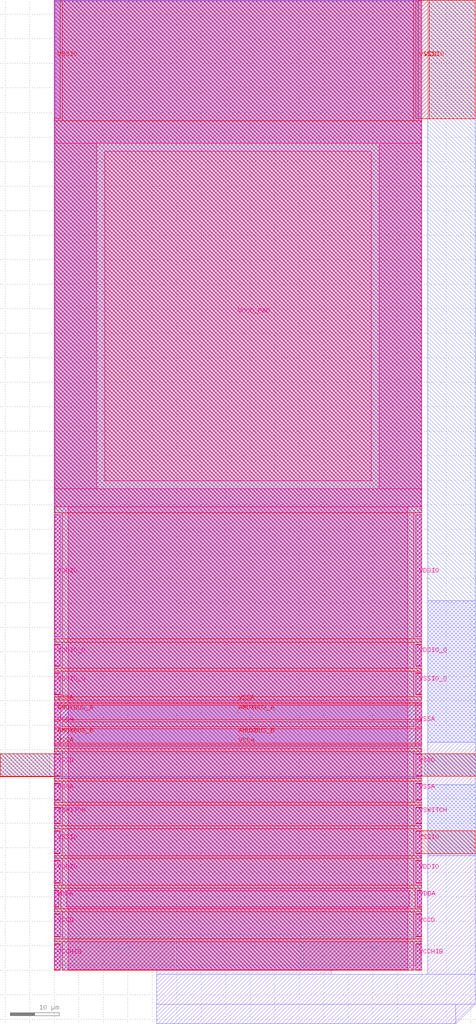
<source format=lef>
VERSION 5.7 ;
  NOWIREEXTENSIONATPIN ON ;
  DIVIDERCHAR "/" ;
  BUSBITCHARS "[]" ;
MACRO sky130_ef_io__vccd_lvc_clamped2_pad
  CLASS PAD POWER ;
  FOREIGN sky130_ef_io__vccd_lvc_clamped2_pad ;
  ORIGIN 0.000 0.000 ;
  SIZE 75.000 BY 197.965 ;
  PIN AMUXBUS_A
    DIRECTION INOUT ;
    USE SIGNAL ;
    PORT
      LAYER met4 ;
        RECT 0.000 51.090 75.000 54.070 ;
    END
    PORT
      LAYER met4 ;
        RECT 0.000 51.090 1.270 54.070 ;
    END
  END AMUXBUS_A
  PIN AMUXBUS_B
    DIRECTION INOUT ;
    USE SIGNAL ;
    PORT
      LAYER met4 ;
        RECT 0.000 46.330 75.000 49.310 ;
    END
    PORT
      LAYER met4 ;
        RECT 0.000 46.330 1.270 49.310 ;
    END
  END AMUXBUS_B
  PIN VCCD_PAD
    DIRECTION INOUT ;
    USE POWER ;
    PORT
      LAYER met5 ;
        RECT 10.270 99.865 64.670 167.130 ;
    END
  END VCCD_PAD
  PIN VSSA
    DIRECTION INOUT ;
    USE GROUND ;
    PORT
      LAYER met5 ;
        RECT 73.730 45.700 75.000 54.700 ;
    END
    PORT
      LAYER met5 ;
        RECT 73.730 34.805 75.000 38.050 ;
    END
    PORT
      LAYER met5 ;
        RECT 0.000 45.700 1.270 54.700 ;
    END
    PORT
      LAYER met5 ;
        RECT 0.000 34.805 1.270 38.050 ;
    END
    PORT
      LAYER met4 ;
        RECT 73.730 49.610 75.000 50.790 ;
    END
    PORT
      LAYER met4 ;
        RECT 0.000 54.370 75.000 54.700 ;
    END
    PORT
      LAYER met4 ;
        RECT 0.000 45.700 75.000 46.030 ;
    END
    PORT
      LAYER met4 ;
        RECT 73.730 34.700 75.000 38.150 ;
    END
    PORT
      LAYER met4 ;
        RECT 0.000 45.700 1.270 46.030 ;
    END
    PORT
      LAYER met4 ;
        RECT 0.000 49.610 1.270 50.790 ;
    END
    PORT
      LAYER met4 ;
        RECT 0.000 54.370 1.270 54.700 ;
    END
    PORT
      LAYER met4 ;
        RECT 0.000 34.700 1.270 38.150 ;
    END
  END VSSA
  PIN VDDA
    DIRECTION INOUT ;
    USE POWER ;
    PORT
      LAYER met5 ;
        RECT 74.035 13.000 75.000 16.250 ;
    END
    PORT
      LAYER met5 ;
        RECT 0.000 13.000 0.965 16.250 ;
    END
    PORT
      LAYER met4 ;
        RECT 74.035 12.900 75.000 16.350 ;
    END
    PORT
      LAYER met4 ;
        RECT 0.000 12.900 0.965 16.350 ;
    END
  END VDDA
  PIN VSWITCH
    DIRECTION INOUT ;
    USE POWER ;
    PORT
      LAYER met5 ;
        RECT 73.730 29.950 75.000 33.200 ;
    END
    PORT
      LAYER met5 ;
        RECT 0.000 29.950 1.270 33.200 ;
    END
    PORT
      LAYER met4 ;
        RECT 73.730 29.850 75.000 33.300 ;
    END
    PORT
      LAYER met4 ;
        RECT 0.000 29.850 1.270 33.300 ;
    END
  END VSWITCH
  PIN VDDIO_Q
    DIRECTION INOUT ;
    USE POWER ;
    PORT
      LAYER met5 ;
        RECT 73.730 62.150 75.000 66.400 ;
    END
    PORT
      LAYER met5 ;
        RECT 0.000 62.150 1.270 66.400 ;
    END
    PORT
      LAYER met4 ;
        RECT 73.730 62.050 75.000 66.500 ;
    END
    PORT
      LAYER met4 ;
        RECT 0.000 62.050 1.270 66.500 ;
    END
  END VDDIO_Q
  PIN VCCHIB
    DIRECTION INOUT ;
    USE POWER ;
    PORT
      LAYER met5 ;
        RECT 73.730 0.100 75.000 5.350 ;
    END
    PORT
      LAYER met5 ;
        RECT 0.000 0.100 1.270 5.350 ;
    END
    PORT
      LAYER met4 ;
        RECT 73.730 0.000 75.000 5.450 ;
    END
    PORT
      LAYER met4 ;
        RECT 0.000 0.000 1.270 5.450 ;
    END
  END VCCHIB
  PIN VDDIO
    DIRECTION INOUT ;
    USE POWER ;
    PORT
      LAYER met5 ;
        RECT 73.730 68.000 75.000 92.950 ;
    END
    PORT
      LAYER met5 ;
        RECT 73.730 17.850 75.000 22.300 ;
    END
    PORT
      LAYER met5 ;
        RECT 0.000 68.000 1.270 92.950 ;
    END
    PORT
      LAYER met5 ;
        RECT 0.000 17.850 1.270 22.300 ;
    END
    PORT
      LAYER met4 ;
        RECT 73.730 17.750 75.000 22.400 ;
    END
    PORT
      LAYER met4 ;
        RECT 73.730 68.000 75.000 92.965 ;
    END
    PORT
      LAYER met4 ;
        RECT 0.000 17.750 1.270 22.400 ;
    END
    PORT
      LAYER met4 ;
        RECT 0.000 68.000 1.270 92.965 ;
    END
  END VDDIO
  PIN VCCD
    DIRECTION INOUT ;
    USE POWER ;
    PORT
      LAYER met3 ;
        RECT 50.755 -0.035 74.700 6.865 ;
    END
    PORT
      LAYER met3 ;
        RECT 0.500 -0.035 24.500 6.865 ;
    END
    PORT
      LAYER met5 ;
        RECT 73.730 6.950 75.000 11.400 ;
    END
    PORT
      LAYER met5 ;
        RECT 0.000 6.950 1.270 11.400 ;
    END
    PORT
      LAYER met4 ;
        RECT 73.730 6.850 75.000 11.500 ;
    END
    PORT
      LAYER met4 ;
        RECT 0.000 6.850 1.270 11.500 ;
    END
  END VCCD
  PIN VSSIO
    DIRECTION INOUT ;
    USE GROUND ;
    PORT
      LAYER met4 ;
        RECT 74.225 173.750 76.470 197.930 ;
    END
    PORT
      LAYER met4 ;
        RECT 0.000 173.750 1.205 197.965 ;
    END
    PORT
      LAYER met5 ;
        RECT 73.730 23.900 75.000 28.350 ;
    END
    PORT
      LAYER met5 ;
        RECT 0.000 23.900 1.270 28.350 ;
    END
    PORT
      LAYER met4 ;
        RECT 73.730 23.800 75.000 28.450 ;
    END
    PORT
      LAYER met4 ;
        RECT 73.730 173.750 75.000 197.965 ;
    END
    PORT
      LAYER met4 ;
        RECT 0.000 173.750 1.270 197.965 ;
    END
    PORT
      LAYER met4 ;
        RECT 0.000 23.800 1.270 28.450 ;
    END
  END VSSIO
  PIN VSSD
    DIRECTION INOUT ;
    USE GROUND ;
    PORT
      LAYER met5 ;
        RECT 73.730 39.650 75.000 44.100 ;
    END
    PORT
      LAYER met5 ;
        RECT 0.000 39.650 1.270 44.100 ;
    END
    PORT
      LAYER met4 ;
        RECT 73.730 39.550 75.000 44.200 ;
    END
    PORT
      LAYER met4 ;
        RECT 0.000 39.550 1.270 44.200 ;
    END
  END VSSD
  PIN VSSIO_Q
    DIRECTION INOUT ;
    USE GROUND ;
    PORT
      LAYER met5 ;
        RECT 73.730 56.300 75.000 60.550 ;
    END
    PORT
      LAYER met5 ;
        RECT 0.000 56.300 1.270 60.550 ;
    END
    PORT
      LAYER met4 ;
        RECT 73.730 56.200 75.000 60.650 ;
    END
    PORT
      LAYER met4 ;
        RECT 0.000 56.200 1.270 60.650 ;
    END
  END VSSIO_Q
  OBS
      LAYER li1 ;
        RECT 0.240 0.985 74.755 197.745 ;
      LAYER met1 ;
        RECT 0.120 0.000 75.000 197.805 ;
        RECT 16.655 -0.035 56.565 0.000 ;
        RECT 20.925 -0.815 56.565 -0.035 ;
        RECT 76.200 -0.815 85.935 75.350 ;
        RECT 20.925 -6.920 85.935 -0.815 ;
        RECT 20.925 -10.920 81.935 -6.920 ;
        POLYGON 81.935 -6.920 85.935 -6.920 81.935 -10.920 ;
      LAYER met2 ;
        RECT 0.000 44.200 75.000 197.930 ;
        RECT 76.200 46.560 85.935 197.930 ;
        RECT 0.000 44.165 86.140 44.200 ;
        RECT -10.975 39.550 86.140 44.165 ;
        RECT -10.975 39.515 75.000 39.550 ;
        RECT 0.000 0.000 75.000 39.515 ;
        RECT 76.200 23.390 85.935 37.800 ;
        RECT 0.500 -0.035 20.495 0.000 ;
        RECT 20.925 -0.035 53.535 0.000 ;
        RECT 54.095 -0.035 74.700 0.000 ;
      LAYER met3 ;
        RECT -10.975 39.515 -0.895 44.165 ;
        RECT 0.000 7.265 75.000 197.930 ;
        RECT 76.200 173.715 85.935 197.930 ;
        RECT 75.605 39.550 86.140 44.200 ;
        RECT 76.200 23.765 85.935 28.415 ;
        RECT 0.000 0.000 0.100 7.265 ;
        RECT 24.900 0.000 50.355 7.265 ;
        RECT 26.000 -0.035 36.880 0.000 ;
        RECT 38.380 -0.035 49.255 0.000 ;
      LAYER met4 ;
        RECT 1.670 173.350 73.330 197.965 ;
        RECT 76.470 173.750 85.935 197.930 ;
        RECT 74.785 173.715 85.935 173.750 ;
        RECT 0.000 93.365 75.000 173.350 ;
        RECT 1.670 67.600 73.330 93.365 ;
        RECT 0.000 66.900 75.000 67.600 ;
        RECT 1.670 61.650 73.330 66.900 ;
        RECT 0.000 61.050 75.000 61.650 ;
        RECT 1.670 55.800 73.330 61.050 ;
        RECT 0.000 55.100 75.000 55.800 ;
        RECT 1.670 49.710 73.330 50.690 ;
        RECT 0.000 44.600 75.000 45.300 ;
        RECT -10.975 39.550 0.000 44.165 ;
        RECT -10.975 39.515 0.070 39.550 ;
        RECT 1.670 39.150 73.330 44.600 ;
        RECT 75.000 39.550 86.140 44.200 ;
        RECT 0.000 38.550 75.000 39.150 ;
        RECT 1.670 34.300 73.330 38.550 ;
        RECT 0.000 33.700 75.000 34.300 ;
        RECT 1.670 29.450 73.330 33.700 ;
        RECT 0.000 28.850 75.000 29.450 ;
        RECT 1.670 23.400 73.330 28.850 ;
        RECT 75.000 23.800 85.935 28.415 ;
        RECT 74.935 23.765 85.935 23.800 ;
        RECT 0.000 22.800 75.000 23.400 ;
        RECT 1.670 17.350 73.330 22.800 ;
        RECT 0.000 16.750 75.000 17.350 ;
        RECT 1.365 12.500 73.635 16.750 ;
        RECT 0.000 11.900 75.000 12.500 ;
        RECT 1.670 6.450 73.330 11.900 ;
        RECT 0.000 5.850 75.000 6.450 ;
        RECT 1.670 0.000 73.330 5.850 ;
      LAYER met5 ;
        RECT 0.000 168.730 75.000 197.965 ;
        RECT 0.000 98.265 8.670 168.730 ;
        RECT 66.270 98.265 75.000 168.730 ;
        RECT 0.000 94.550 75.000 98.265 ;
        RECT 2.870 16.250 72.130 94.550 ;
        RECT 2.565 13.000 72.435 16.250 ;
        RECT 2.870 0.100 72.130 13.000 ;
  END
END sky130_ef_io__vccd_lvc_clamped2_pad
END LIBRARY


</source>
